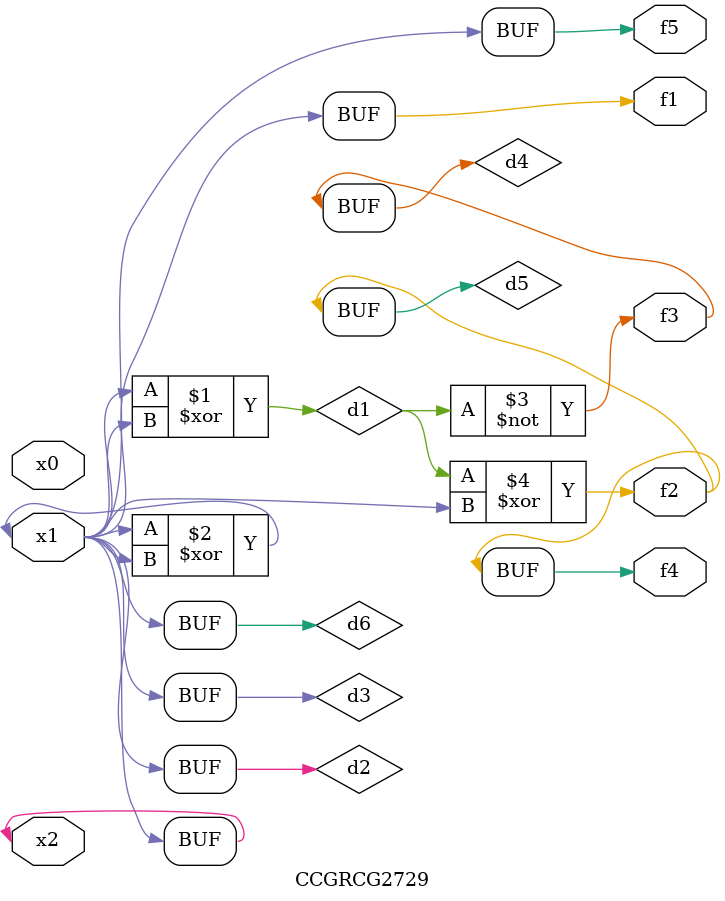
<source format=v>
module CCGRCG2729(
	input x0, x1, x2,
	output f1, f2, f3, f4, f5
);

	wire d1, d2, d3, d4, d5, d6;

	xor (d1, x1, x2);
	buf (d2, x1, x2);
	xor (d3, x1, x2);
	nor (d4, d1);
	xor (d5, d1, d2);
	buf (d6, d2, d3);
	assign f1 = d6;
	assign f2 = d5;
	assign f3 = d4;
	assign f4 = d5;
	assign f5 = d6;
endmodule

</source>
